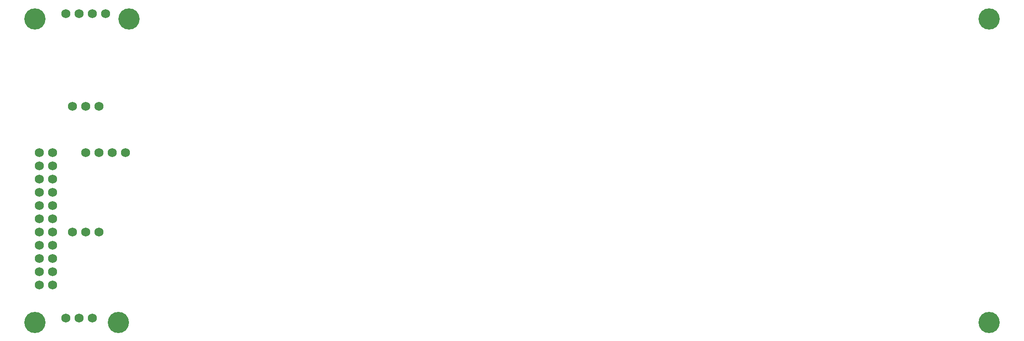
<source format=gbr>
G04 #@! TF.FileFunction,Soldermask,Top*
%FSLAX46Y46*%
G04 Gerber Fmt 4.6, Leading zero omitted, Abs format (unit mm)*
G04 Created by KiCad (PCBNEW 4.0.4-stable) date 03/02/17 16:11:59*
%MOMM*%
%LPD*%
G01*
G04 APERTURE LIST*
%ADD10C,0.100000*%
%ADD11C,4.064000*%
%ADD12C,1.727200*%
G04 APERTURE END LIST*
D10*
D11*
X21540000Y3000000D03*
X23540000Y61250000D03*
X188420000Y3000000D03*
X188420000Y61250000D03*
X5540000Y61250000D03*
X5540000Y3000000D03*
D12*
X6350000Y35560000D03*
X8890000Y35560000D03*
X6350000Y25400000D03*
X8890000Y25400000D03*
X6350000Y33020000D03*
X8890000Y33020000D03*
X6350000Y27940000D03*
X8890000Y27940000D03*
X6350000Y30480000D03*
X8890000Y30480000D03*
X6350000Y22860000D03*
X8890000Y22860000D03*
X6350000Y20320000D03*
X8890000Y20320000D03*
X6350000Y17780000D03*
X8890000Y17780000D03*
X6350000Y15240000D03*
X8890000Y15240000D03*
X6350000Y12700000D03*
X8890000Y12700000D03*
X6350000Y10160000D03*
X8890000Y10160000D03*
X11430000Y62230000D03*
X13970000Y62230000D03*
X16510000Y62230000D03*
X19050000Y62230000D03*
X15240000Y35560000D03*
X17780000Y35560000D03*
X20320000Y35560000D03*
X22860000Y35560000D03*
X17780000Y44450000D03*
X17780000Y20320000D03*
X16510000Y3810000D03*
X15240000Y44450000D03*
X15240000Y20320000D03*
X13970000Y3810000D03*
X12700000Y44450000D03*
X12700000Y20320000D03*
X11430000Y3810000D03*
M02*

</source>
